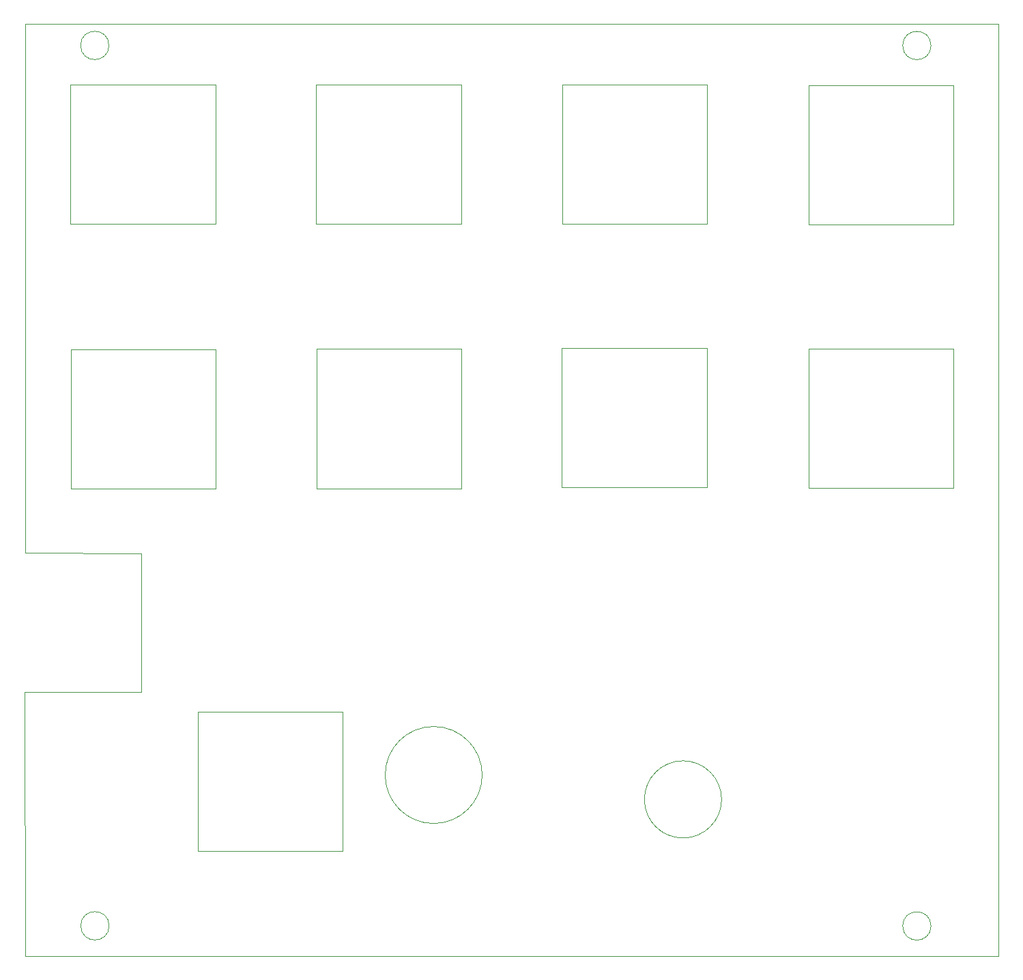
<source format=gbr>
%TF.GenerationSoftware,KiCad,Pcbnew,7.0.9*%
%TF.CreationDate,2023-11-26T15:46:12+10:00*%
%TF.ProjectId,INTERCOMM BACKLIGHT VALIDATION,494e5445-5243-44f4-9d4d-204241434b4c,rev?*%
%TF.SameCoordinates,Original*%
%TF.FileFunction,Profile,NP*%
%FSLAX46Y46*%
G04 Gerber Fmt 4.6, Leading zero omitted, Abs format (unit mm)*
G04 Created by KiCad (PCBNEW 7.0.9) date 2023-11-26 15:46:12*
%MOMM*%
%LPD*%
G01*
G04 APERTURE LIST*
%TA.AperFunction,Profile*%
%ADD10C,0.100000*%
%TD*%
G04 APERTURE END LIST*
D10*
X207530000Y-24040000D02*
X207530000Y-139740000D01*
X86780000Y-89720000D02*
X101170000Y-89730000D01*
X86770000Y-24040000D02*
X86780000Y-89720000D01*
X207530000Y-24040000D02*
X86770000Y-24040000D01*
X86770000Y-139740000D02*
X207530000Y-139740000D01*
X86740000Y-106990000D02*
X86770000Y-139740000D01*
X101170000Y-106980000D02*
X86740000Y-106990000D01*
X101170000Y-89730000D02*
X101170000Y-106980000D01*
X143486519Y-117250000D02*
G75*
G03*
X143486519Y-117250000I-6016519J0D01*
G01*
X92400000Y-31600000D02*
X110390000Y-31600000D01*
X110390000Y-48880000D01*
X92400000Y-48880000D01*
X92400000Y-31600000D01*
X122910000Y-31620000D02*
X140900000Y-31620000D01*
X140900000Y-48900000D01*
X122910000Y-48900000D01*
X122910000Y-31620000D01*
X153420000Y-31610000D02*
X171410000Y-31610000D01*
X171410000Y-48890000D01*
X153420000Y-48890000D01*
X153420000Y-31610000D01*
X183960000Y-31670000D02*
X201950000Y-31670000D01*
X201950000Y-48950000D01*
X183960000Y-48950000D01*
X183960000Y-31670000D01*
X183960000Y-64370000D02*
X201950000Y-64370000D01*
X201950000Y-81650000D01*
X183960000Y-81650000D01*
X183960000Y-64370000D01*
X153360000Y-64310000D02*
X171350000Y-64310000D01*
X171350000Y-81590000D01*
X153360000Y-81590000D01*
X153360000Y-64310000D01*
X122930000Y-64410000D02*
X140920000Y-64410000D01*
X140920000Y-81690000D01*
X122930000Y-81690000D01*
X122930000Y-64410000D01*
X92460000Y-64430000D02*
X110450000Y-64430000D01*
X110450000Y-81710000D01*
X92460000Y-81710000D01*
X92460000Y-64430000D01*
X108180000Y-109370000D02*
X126170000Y-109370000D01*
X126170000Y-126650000D01*
X108180000Y-126650000D01*
X108180000Y-109370000D01*
X173188403Y-120280000D02*
G75*
G03*
X173188403Y-120280000I-4788403J0D01*
G01*
X97200000Y-135960000D02*
G75*
G03*
X97200000Y-135960000I-1755733J0D01*
G01*
X199170000Y-135980000D02*
G75*
G03*
X199170000Y-135980000I-1755733J0D01*
G01*
X199170000Y-26750000D02*
G75*
G03*
X199170000Y-26750000I-1755733J0D01*
G01*
X97180000Y-26740000D02*
G75*
G03*
X97180000Y-26740000I-1755733J0D01*
G01*
M02*

</source>
